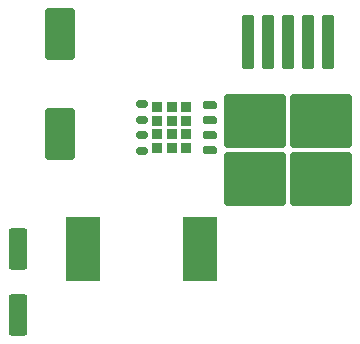
<source format=gbr>
%TF.GenerationSoftware,KiCad,Pcbnew,7.0.11*%
%TF.CreationDate,2025-01-20T01:33:53+09:00*%
%TF.ProjectId,VoltageBooster,566f6c74-6167-4654-926f-6f737465722e,rev?*%
%TF.SameCoordinates,Original*%
%TF.FileFunction,Paste,Top*%
%TF.FilePolarity,Positive*%
%FSLAX46Y46*%
G04 Gerber Fmt 4.6, Leading zero omitted, Abs format (unit mm)*
G04 Created by KiCad (PCBNEW 7.0.11) date 2025-01-20 01:33:53*
%MOMM*%
%LPD*%
G01*
G04 APERTURE LIST*
G04 Aperture macros list*
%AMRoundRect*
0 Rectangle with rounded corners*
0 $1 Rounding radius*
0 $2 $3 $4 $5 $6 $7 $8 $9 X,Y pos of 4 corners*
0 Add a 4 corners polygon primitive as box body*
4,1,4,$2,$3,$4,$5,$6,$7,$8,$9,$2,$3,0*
0 Add four circle primitives for the rounded corners*
1,1,$1+$1,$2,$3*
1,1,$1+$1,$4,$5*
1,1,$1+$1,$6,$7*
1,1,$1+$1,$8,$9*
0 Add four rect primitives between the rounded corners*
20,1,$1+$1,$2,$3,$4,$5,0*
20,1,$1+$1,$4,$5,$6,$7,0*
20,1,$1+$1,$6,$7,$8,$9,0*
20,1,$1+$1,$8,$9,$2,$3,0*%
G04 Aperture macros list end*
%ADD10RoundRect,0.250000X-0.550000X1.500000X-0.550000X-1.500000X0.550000X-1.500000X0.550000X1.500000X0*%
%ADD11R,0.900000X0.900000*%
%ADD12RoundRect,0.175000X0.325000X0.175000X-0.325000X0.175000X-0.325000X-0.175000X0.325000X-0.175000X0*%
%ADD13RoundRect,0.162500X0.437500X0.162500X-0.437500X0.162500X-0.437500X-0.162500X0.437500X-0.162500X0*%
%ADD14R,2.900000X5.400000*%
%ADD15RoundRect,0.250000X1.000000X-1.950000X1.000000X1.950000X-1.000000X1.950000X-1.000000X-1.950000X0*%
%ADD16RoundRect,0.250000X-0.300000X2.050000X-0.300000X-2.050000X0.300000X-2.050000X0.300000X2.050000X0*%
%ADD17RoundRect,0.250000X-2.375000X2.025000X-2.375000X-2.025000X2.375000X-2.025000X2.375000X2.025000X0*%
G04 APERTURE END LIST*
D10*
%TO.C,C1*%
X139954000Y-104896000D03*
X139954000Y-110496000D03*
%TD*%
D11*
%TO.C,D1*%
X154185000Y-96340000D03*
X154185000Y-95190000D03*
X154185000Y-94040000D03*
X154185000Y-92890000D03*
X152960000Y-96340000D03*
X152960000Y-95190000D03*
X152960000Y-94040000D03*
X152960000Y-92890000D03*
X151760000Y-96340000D03*
X151760000Y-95190000D03*
X151760000Y-94040000D03*
X151760000Y-92890000D03*
D12*
X150460000Y-96610000D03*
X150460000Y-95280000D03*
X150460000Y-93950000D03*
X150460000Y-92620000D03*
D13*
X156210000Y-96520000D03*
X156210000Y-95250000D03*
X156210000Y-93980000D03*
X156210000Y-92710000D03*
%TD*%
D14*
%TO.C,L1*%
X145418000Y-104902000D03*
X155318000Y-104902000D03*
%TD*%
D15*
%TO.C,C4*%
X143510000Y-95132000D03*
X143510000Y-86732000D03*
%TD*%
D16*
%TO.C,VR1*%
X166214000Y-87370000D03*
X164514000Y-87370000D03*
X162814000Y-87370000D03*
D17*
X165589000Y-94095000D03*
X160039000Y-94095000D03*
X165589000Y-98945000D03*
X160039000Y-98945000D03*
D16*
X161114000Y-87370000D03*
X159414000Y-87370000D03*
%TD*%
M02*

</source>
